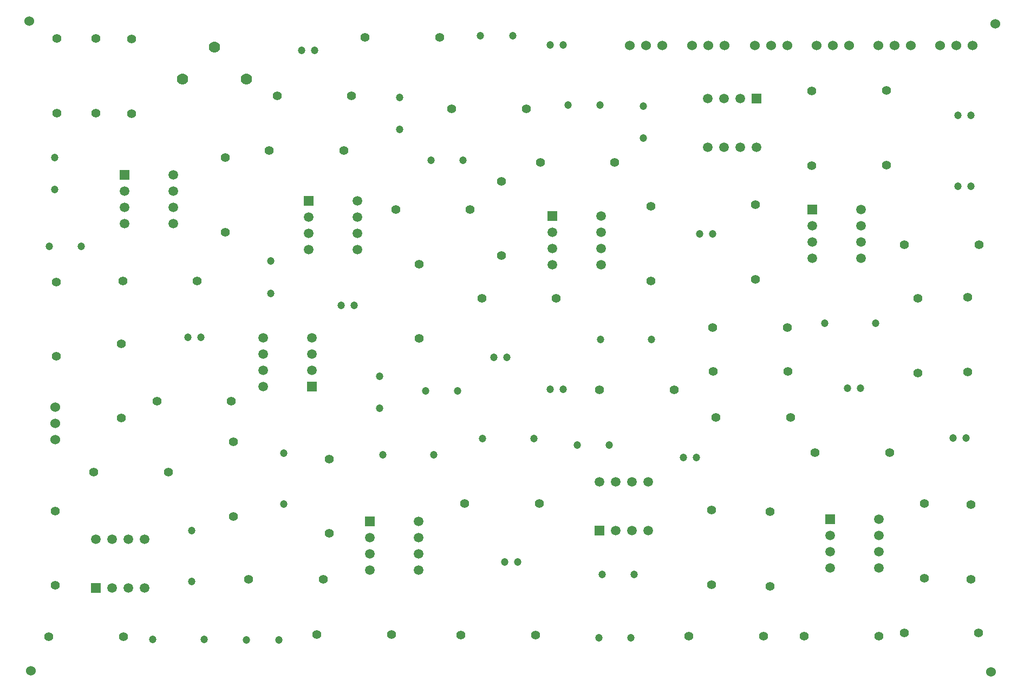
<source format=gbr>
G04*
G04 #@! TF.GenerationSoftware,Altium Limited,Altium Designer,22.4.2 (48)*
G04*
G04 Layer_Color=255*
%FSLAX25Y25*%
%MOIN*%
G70*
G04*
G04 #@! TF.SameCoordinates,9D7DA267-A193-428E-9E10-CD2539F38239*
G04*
G04*
G04 #@! TF.FilePolarity,Positive*
G04*
G01*
G75*
%ADD24C,0.05906*%
%ADD25R,0.05906X0.05906*%
%ADD26C,0.07000*%
%ADD27R,0.05906X0.05906*%
%ADD28C,0.04724*%
%ADD29C,0.06000*%
%ADD30C,0.05512*%
D24*
X532500Y447000D02*
D03*
X542500D02*
D03*
X522500Y417000D02*
D03*
X156000Y145500D02*
D03*
X166000D02*
D03*
X176000D02*
D03*
X146000Y175500D02*
D03*
X156000D02*
D03*
X166000D02*
D03*
X176000D02*
D03*
X279000Y279500D02*
D03*
Y289500D02*
D03*
Y299500D02*
D03*
X249000Y269500D02*
D03*
Y279500D02*
D03*
Y289500D02*
D03*
Y299500D02*
D03*
X587000Y368500D02*
D03*
Y358500D02*
D03*
Y348500D02*
D03*
X617000Y378500D02*
D03*
Y368500D02*
D03*
Y358500D02*
D03*
Y348500D02*
D03*
X427000Y364500D02*
D03*
Y354500D02*
D03*
Y344500D02*
D03*
X457000Y374500D02*
D03*
Y364500D02*
D03*
Y354500D02*
D03*
Y344500D02*
D03*
X163500Y390000D02*
D03*
Y380000D02*
D03*
Y370000D02*
D03*
X193500Y400000D02*
D03*
Y390000D02*
D03*
Y380000D02*
D03*
Y370000D02*
D03*
X522500Y447000D02*
D03*
X552500Y417000D02*
D03*
X542500D02*
D03*
X532500D02*
D03*
X314500Y176500D02*
D03*
Y166500D02*
D03*
Y156500D02*
D03*
X344500Y186500D02*
D03*
Y176500D02*
D03*
Y166500D02*
D03*
Y156500D02*
D03*
X466000Y181000D02*
D03*
X476000D02*
D03*
X486000D02*
D03*
X456000Y211000D02*
D03*
X466000D02*
D03*
X476000D02*
D03*
X486000D02*
D03*
X277000Y374000D02*
D03*
Y364000D02*
D03*
Y354000D02*
D03*
X307000Y384000D02*
D03*
Y374000D02*
D03*
Y364000D02*
D03*
Y354000D02*
D03*
X598000Y178000D02*
D03*
Y168000D02*
D03*
Y158000D02*
D03*
X628000Y188000D02*
D03*
Y178000D02*
D03*
Y168000D02*
D03*
Y158000D02*
D03*
D25*
X552500Y447000D02*
D03*
X146000Y145500D02*
D03*
X456000Y181000D02*
D03*
D26*
X199315Y458815D02*
D03*
X238685D02*
D03*
X219000Y478500D02*
D03*
D27*
X279000Y269500D02*
D03*
X587000Y378500D02*
D03*
X427000Y374500D02*
D03*
X163500Y400000D02*
D03*
X314500Y186500D02*
D03*
X277000Y384000D02*
D03*
X598000Y188000D02*
D03*
D28*
X455500Y115000D02*
D03*
X475185D02*
D03*
X181000Y114000D02*
D03*
X212496D02*
D03*
X205000Y149504D02*
D03*
Y181000D02*
D03*
X261500Y228500D02*
D03*
Y197004D02*
D03*
X354000Y227500D02*
D03*
X322504D02*
D03*
X384000Y237500D02*
D03*
X415496D02*
D03*
X594504Y308500D02*
D03*
X626000D02*
D03*
X456504Y298500D02*
D03*
X488000D02*
D03*
X210500Y300000D02*
D03*
X202500D02*
D03*
X397500Y161500D02*
D03*
X405500D02*
D03*
X425500Y268000D02*
D03*
X433500D02*
D03*
X507500Y226000D02*
D03*
X515500D02*
D03*
X681500Y238000D02*
D03*
X673500D02*
D03*
X676500Y393000D02*
D03*
X684500D02*
D03*
X616500Y268500D02*
D03*
X608500D02*
D03*
X676500Y436500D02*
D03*
X684500D02*
D03*
X399000Y287500D02*
D03*
X391000D02*
D03*
X297000Y319500D02*
D03*
X305000D02*
D03*
X525500Y363500D02*
D03*
X517500D02*
D03*
X433500Y480000D02*
D03*
X425500D02*
D03*
X280500Y476500D02*
D03*
X272500D02*
D03*
X238815Y113500D02*
D03*
X258500D02*
D03*
X320500Y256315D02*
D03*
Y276000D02*
D03*
X457500Y154000D02*
D03*
X477185D02*
D03*
X462000Y233500D02*
D03*
X442315D02*
D03*
X349000Y267000D02*
D03*
X368685D02*
D03*
X483000Y422500D02*
D03*
Y442185D02*
D03*
X456185Y443000D02*
D03*
X436500D02*
D03*
X382815Y485500D02*
D03*
X402500D02*
D03*
X372000Y409000D02*
D03*
X352315D02*
D03*
X253500Y327000D02*
D03*
Y346685D02*
D03*
X137000Y356000D02*
D03*
X117315D02*
D03*
X333000Y427815D02*
D03*
Y447500D02*
D03*
X120500Y410500D02*
D03*
Y390815D02*
D03*
D29*
X121000Y257000D02*
D03*
Y247000D02*
D03*
Y237000D02*
D03*
X685500Y479500D02*
D03*
X675500D02*
D03*
X665500D02*
D03*
X627500D02*
D03*
X637500D02*
D03*
X647500D02*
D03*
X609500D02*
D03*
X599500D02*
D03*
X589500D02*
D03*
X571500D02*
D03*
X561500D02*
D03*
X551500D02*
D03*
X533000D02*
D03*
X523000D02*
D03*
X513000D02*
D03*
X474500D02*
D03*
X484500D02*
D03*
X494500D02*
D03*
X699500Y493000D02*
D03*
X697000Y94000D02*
D03*
X106000Y94500D02*
D03*
X105000Y494500D02*
D03*
D30*
X289500Y179067D02*
D03*
Y225000D02*
D03*
X230500Y235500D02*
D03*
Y189567D02*
D03*
X282000Y117000D02*
D03*
X327933D02*
D03*
X190500Y217000D02*
D03*
X144567D02*
D03*
X161500Y250067D02*
D03*
Y296000D02*
D03*
X121000Y147067D02*
D03*
Y193000D02*
D03*
X240067Y151000D02*
D03*
X286000D02*
D03*
X163000Y115500D02*
D03*
X117067D02*
D03*
X416500Y116500D02*
D03*
X370567D02*
D03*
X456000Y267500D02*
D03*
X501933D02*
D03*
X418933Y197500D02*
D03*
X373000D02*
D03*
X556933Y116000D02*
D03*
X511000D02*
D03*
X525000Y193500D02*
D03*
Y147567D02*
D03*
X582067Y116000D02*
D03*
X628000D02*
D03*
X689433Y118000D02*
D03*
X643500D02*
D03*
X527567Y250500D02*
D03*
X573500D02*
D03*
X561000Y192433D02*
D03*
Y146500D02*
D03*
X684500Y196933D02*
D03*
Y151000D02*
D03*
X682500Y278500D02*
D03*
Y324433D02*
D03*
X643567Y357000D02*
D03*
X689500D02*
D03*
X634500Y229000D02*
D03*
X588567D02*
D03*
X656000Y197433D02*
D03*
Y151500D02*
D03*
X652000Y323933D02*
D03*
Y278000D02*
D03*
X552000Y335567D02*
D03*
Y381500D02*
D03*
X632500Y451933D02*
D03*
Y406000D02*
D03*
X572000Y279000D02*
D03*
X526067D02*
D03*
X345000Y345000D02*
D03*
Y299067D02*
D03*
X571500Y306000D02*
D03*
X525567D02*
D03*
X586500Y405500D02*
D03*
Y451433D02*
D03*
X395500Y350067D02*
D03*
Y396000D02*
D03*
X383500Y324000D02*
D03*
X429433D02*
D03*
X419500Y407500D02*
D03*
X465433D02*
D03*
X487500Y334567D02*
D03*
Y380500D02*
D03*
X365067Y440500D02*
D03*
X411000D02*
D03*
X376433Y378500D02*
D03*
X330500D02*
D03*
X357500Y484500D02*
D03*
X311567D02*
D03*
X252567Y415000D02*
D03*
X298500D02*
D03*
X229433Y260500D02*
D03*
X183500D02*
D03*
X225500Y410500D02*
D03*
Y364567D02*
D03*
X208433Y334500D02*
D03*
X162500D02*
D03*
X303433Y448500D02*
D03*
X257500D02*
D03*
X121500Y288067D02*
D03*
Y334000D02*
D03*
X168000Y483433D02*
D03*
Y437500D02*
D03*
X146000Y438000D02*
D03*
Y483933D02*
D03*
X122000D02*
D03*
Y438000D02*
D03*
M02*

</source>
